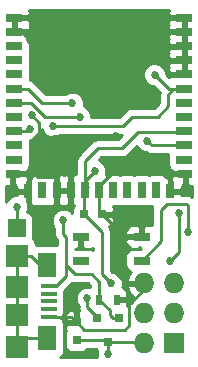
<source format=gtl>
G04 #@! TF.FileFunction,Copper,L1,Top,Signal*
%FSLAX46Y46*%
G04 Gerber Fmt 4.6, Leading zero omitted, Abs format (unit mm)*
G04 Created by KiCad (PCBNEW 4.0.0-rc1-stable) date 11/12/2015 8:05:50 PM*
%MOMM*%
G01*
G04 APERTURE LIST*
%ADD10C,0.100000*%
%ADD11R,0.800000X1.200000*%
%ADD12R,1.200000X0.800000*%
%ADD13R,1.400000X0.800000*%
%ADD14R,0.800000X1.400000*%
%ADD15R,0.800000X0.750000*%
%ADD16R,1.900000X1.900000*%
%ADD17R,1.600000X2.100000*%
%ADD18R,1.350000X0.400000*%
%ADD19R,1.727200X1.727200*%
%ADD20O,1.727200X1.727200*%
%ADD21R,1.450000X0.700000*%
%ADD22R,1.501140X1.501140*%
%ADD23R,0.750000X0.800000*%
%ADD24R,0.800100X0.800100*%
%ADD25R,0.500000X0.900000*%
%ADD26C,0.685800*%
%ADD27C,0.250000*%
%ADD28C,0.254000*%
G04 APERTURE END LIST*
D10*
D11*
X145130000Y-79600000D03*
D12*
X158430000Y-78100000D03*
D13*
X143930000Y-64900000D03*
D12*
X143830000Y-78100000D03*
D14*
X146330000Y-79500000D03*
X147530000Y-79500000D03*
X148730000Y-79500000D03*
X149930000Y-79500000D03*
X151130000Y-79500000D03*
X152330000Y-79500000D03*
X153530000Y-79500000D03*
X154730000Y-79500000D03*
X155930000Y-79500000D03*
D11*
X157130000Y-79600000D03*
D13*
X143930000Y-66100000D03*
X143930000Y-67300000D03*
X143930000Y-68500000D03*
X143930000Y-69700000D03*
X143930000Y-70900000D03*
X143930000Y-72100000D03*
X143930000Y-73300000D03*
X143930000Y-74500000D03*
X143930000Y-75700000D03*
X143930000Y-76900000D03*
X158330000Y-76900000D03*
X158330000Y-75700000D03*
X158330000Y-74500000D03*
X158330000Y-73300000D03*
X158330000Y-72100000D03*
X158330000Y-70900000D03*
X158330000Y-69700000D03*
X158330000Y-68500000D03*
X158330000Y-67300000D03*
X158330000Y-66100000D03*
X158330000Y-64900000D03*
D15*
X151372000Y-81534000D03*
X149872000Y-81534000D03*
D16*
X144175540Y-92750000D03*
X144175540Y-85050000D03*
X144175540Y-87700000D03*
D17*
X146725540Y-85800000D03*
D18*
X146850540Y-87599100D03*
X146850540Y-88249100D03*
X146850540Y-88899100D03*
X146850540Y-89549100D03*
X146850540Y-90199100D03*
D17*
X146725540Y-92000000D03*
D16*
X144175540Y-90100000D03*
D19*
X157480000Y-92456000D03*
D20*
X154940000Y-92456000D03*
X157480000Y-89916000D03*
X154940000Y-89916000D03*
X157480000Y-87376000D03*
X154940000Y-87376000D03*
D21*
X149571000Y-85455000D03*
X154721000Y-85455000D03*
X154721000Y-83455000D03*
X149571000Y-83455000D03*
D22*
X144145000Y-82677000D03*
D23*
X149225000Y-90690000D03*
X149225000Y-92190000D03*
D24*
X152842000Y-90312240D03*
X150942000Y-90312240D03*
X151892000Y-92311220D03*
D25*
X152642000Y-88773000D03*
X151142000Y-88773000D03*
D26*
X152527000Y-74930000D03*
X149225000Y-89408000D03*
X145288000Y-66802000D03*
X152654000Y-77597000D03*
X145415000Y-73152000D03*
X153162000Y-81280000D03*
X152273000Y-67691000D03*
X150114000Y-88646000D03*
X148844000Y-72136000D03*
X149479000Y-73279000D03*
X147193000Y-74041000D03*
X155829000Y-69723000D03*
X158623000Y-83058000D03*
X157861000Y-81407000D03*
X157099000Y-85471000D03*
X144145000Y-80899000D03*
X145288000Y-74295000D03*
X155194000Y-75311000D03*
X152146000Y-87376000D03*
X151892000Y-93345000D03*
X150749000Y-77851000D03*
X148082000Y-82042000D03*
D27*
X145288000Y-75438000D02*
X146812000Y-75438000D01*
X147320000Y-74930000D02*
X152527000Y-74930000D01*
X146812000Y-75438000D02*
X147320000Y-74930000D01*
X153670000Y-89027000D02*
X153797000Y-89027000D01*
X153797000Y-89027000D02*
X154940000Y-87884000D01*
X154940000Y-87884000D02*
X154940000Y-87376000D01*
X152146000Y-83947000D02*
X152654000Y-83439000D01*
X152654000Y-83439000D02*
X154705000Y-83439000D01*
X154705000Y-83439000D02*
X154721000Y-83455000D01*
X149225000Y-90690000D02*
X149237000Y-90690000D01*
X149237000Y-90690000D02*
X149860000Y-91313000D01*
X153416000Y-88773000D02*
X152642000Y-88773000D01*
X153670000Y-89027000D02*
X153416000Y-88773000D01*
X153670000Y-90932000D02*
X153670000Y-89027000D01*
X153289000Y-91313000D02*
X153670000Y-90932000D01*
X149860000Y-91313000D02*
X153289000Y-91313000D01*
X149225000Y-90690000D02*
X149225000Y-89408000D01*
X146850540Y-90199100D02*
X148734100Y-90199100D01*
X148734100Y-90199100D02*
X149225000Y-90690000D01*
X152146000Y-85725000D02*
X152146000Y-86106000D01*
X152146000Y-84201000D02*
X152146000Y-85725000D01*
X153416000Y-87376000D02*
X154940000Y-87376000D01*
X152146000Y-86106000D02*
X152642000Y-86602000D01*
X152642000Y-86602000D02*
X153416000Y-87376000D01*
X148730000Y-79500000D02*
X147530000Y-79500000D01*
X152146000Y-84201000D02*
X152146000Y-83947000D01*
X152146000Y-83947000D02*
X152146000Y-82308000D01*
X152146000Y-82308000D02*
X151372000Y-81534000D01*
X143930000Y-66100000D02*
X144586000Y-66100000D01*
X144586000Y-66100000D02*
X145288000Y-66802000D01*
X147530000Y-79500000D02*
X147530000Y-78315000D01*
X147530000Y-78315000D02*
X147486000Y-78359000D01*
X147486000Y-78359000D02*
X145923000Y-78359000D01*
X145923000Y-78359000D02*
X145288000Y-77724000D01*
X145288000Y-77724000D02*
X145288000Y-75438000D01*
X145288000Y-75438000D02*
X146050000Y-74676000D01*
X146050000Y-74676000D02*
X146050000Y-73787000D01*
X146050000Y-73787000D02*
X145415000Y-73152000D01*
X158330000Y-64900000D02*
X149482000Y-64900000D01*
X151130000Y-79500000D02*
X151130000Y-81292000D01*
X151130000Y-81292000D02*
X151372000Y-81534000D01*
X149571000Y-83455000D02*
X149876000Y-83455000D01*
X149571000Y-83455000D02*
X149571000Y-83335000D01*
X153162000Y-81280000D02*
X152908000Y-81534000D01*
X152908000Y-81534000D02*
X151372000Y-81534000D01*
X157941000Y-68500000D02*
X158330000Y-68500000D01*
X158430000Y-78100000D02*
X153157000Y-78100000D01*
X153157000Y-78100000D02*
X152654000Y-77597000D01*
X151130000Y-79500000D02*
X151130000Y-79121000D01*
X151130000Y-79121000D02*
X152654000Y-77597000D01*
X149482000Y-64900000D02*
X143930000Y-64900000D01*
X152273000Y-67691000D02*
X149482000Y-64900000D01*
X150942000Y-90312240D02*
X150942000Y-90236000D01*
X150942000Y-90236000D02*
X150114000Y-89408000D01*
X150114000Y-89408000D02*
X150114000Y-88646000D01*
X146304000Y-72136000D02*
X145068000Y-70900000D01*
X145068000Y-70900000D02*
X143930000Y-70900000D01*
X148844000Y-72136000D02*
X146304000Y-72136000D01*
X149479000Y-73279000D02*
X146558000Y-73279000D01*
X146558000Y-73279000D02*
X145379000Y-72100000D01*
X145379000Y-72100000D02*
X143930000Y-72100000D01*
X147193000Y-74041000D02*
X153162000Y-74041000D01*
X154432000Y-73279000D02*
X156083000Y-73279000D01*
X153162000Y-74041000D02*
X153924000Y-73279000D01*
X153924000Y-73279000D02*
X154432000Y-73279000D01*
X156083000Y-73279000D02*
X156972000Y-72390000D01*
X156972000Y-72390000D02*
X156972000Y-71374000D01*
X157446000Y-70900000D02*
X156972000Y-71374000D01*
X155829000Y-69723000D02*
X157006000Y-70900000D01*
X157006000Y-70900000D02*
X157446000Y-70900000D01*
X157446000Y-70900000D02*
X158330000Y-70900000D01*
X157768000Y-70900000D02*
X158330000Y-70900000D01*
X156337000Y-83839000D02*
X154721000Y-85455000D01*
X156337000Y-81153000D02*
X156337000Y-83839000D01*
X156845000Y-80645000D02*
X156337000Y-81153000D01*
X158496000Y-80645000D02*
X156845000Y-80645000D01*
X158623000Y-80772000D02*
X158496000Y-80645000D01*
X158623000Y-83058000D02*
X158623000Y-80772000D01*
X157861000Y-84709000D02*
X157861000Y-81407000D01*
X157099000Y-85471000D02*
X157861000Y-84709000D01*
X146725540Y-85800000D02*
X146125000Y-85800000D01*
X146125000Y-85800000D02*
X145375000Y-85050000D01*
X145375000Y-85050000D02*
X144175540Y-85050000D01*
X144175540Y-85050000D02*
X144175540Y-87700000D01*
X144175540Y-87700000D02*
X144175540Y-90100000D01*
X144175540Y-90100000D02*
X144175540Y-92750000D01*
X144175540Y-92750000D02*
X144925540Y-92000000D01*
X144925540Y-92000000D02*
X146725540Y-92000000D01*
X144145000Y-82677000D02*
X144145000Y-80899000D01*
X145083000Y-74500000D02*
X143930000Y-74500000D01*
X145288000Y-74295000D02*
X145083000Y-74500000D01*
X155583000Y-75700000D02*
X158330000Y-75700000D01*
X155194000Y-75311000D02*
X155583000Y-75700000D01*
X157726000Y-75700000D02*
X158330000Y-75700000D01*
X149930000Y-77527000D02*
X149930000Y-77019000D01*
X149930000Y-78613000D02*
X149930000Y-77527000D01*
X154432000Y-74549000D02*
X158281000Y-74549000D01*
X153035000Y-75946000D02*
X154432000Y-74549000D01*
X151003000Y-75946000D02*
X153035000Y-75946000D01*
X149930000Y-77019000D02*
X151003000Y-75946000D01*
X158281000Y-74549000D02*
X158330000Y-74500000D01*
X151892000Y-92311220D02*
X151892000Y-93345000D01*
X151384000Y-83046000D02*
X149872000Y-81534000D01*
X151384000Y-86614000D02*
X151384000Y-83046000D01*
X152146000Y-87376000D02*
X151384000Y-86614000D01*
X149930000Y-78613000D02*
X149987000Y-78613000D01*
X149987000Y-78613000D02*
X150749000Y-77851000D01*
X149930000Y-78613000D02*
X149930000Y-79500000D01*
X151892000Y-92311220D02*
X154795220Y-92311220D01*
X154795220Y-92311220D02*
X154940000Y-92456000D01*
X149225000Y-92190000D02*
X151770780Y-92190000D01*
X151770780Y-92190000D02*
X151892000Y-92311220D01*
X157783000Y-74500000D02*
X158330000Y-74500000D01*
X149860000Y-79430000D02*
X149930000Y-79500000D01*
X150184000Y-79246000D02*
X149930000Y-79500000D01*
X149872000Y-81534000D02*
X149872000Y-79558000D01*
X149872000Y-79558000D02*
X149930000Y-79500000D01*
X151142000Y-88773000D02*
X151142000Y-88785000D01*
X151142000Y-88785000D02*
X152019000Y-89662000D01*
X152288240Y-90312240D02*
X152842000Y-90312240D01*
X152019000Y-90043000D02*
X152288240Y-90312240D01*
X152019000Y-89662000D02*
X152019000Y-90043000D01*
X146850540Y-87599100D02*
X147477900Y-87599100D01*
X147477900Y-87599100D02*
X148336000Y-86741000D01*
X148336000Y-86741000D02*
X148336000Y-85852000D01*
X151142000Y-88773000D02*
X151142000Y-87261000D01*
X149098000Y-86614000D02*
X148336000Y-85852000D01*
X150495000Y-86614000D02*
X149098000Y-86614000D01*
X151142000Y-87261000D02*
X150495000Y-86614000D01*
X148336000Y-85852000D02*
X148336000Y-83439000D01*
X148336000Y-83439000D02*
X148082000Y-83185000D01*
X148082000Y-83185000D02*
X148082000Y-82042000D01*
X151142000Y-89039000D02*
X151142000Y-88773000D01*
D28*
G36*
X149098000Y-87374000D02*
X150180198Y-87374000D01*
X150382000Y-87575802D01*
X150382000Y-87698429D01*
X150309370Y-87668270D01*
X149920337Y-87667931D01*
X149560788Y-87816493D01*
X149285460Y-88091341D01*
X149136270Y-88450630D01*
X149135931Y-88839663D01*
X149284493Y-89199212D01*
X149354000Y-89268840D01*
X149354000Y-89408000D01*
X149411852Y-89698839D01*
X149433906Y-89731844D01*
X149352000Y-89813750D01*
X149352000Y-90563000D01*
X149372000Y-90563000D01*
X149372000Y-90817000D01*
X149352000Y-90817000D01*
X149352000Y-90837000D01*
X149098000Y-90837000D01*
X149098000Y-90817000D01*
X148373750Y-90817000D01*
X148215000Y-90975750D01*
X148215000Y-91216309D01*
X148311673Y-91449698D01*
X148313043Y-91451068D01*
X148253569Y-91538110D01*
X148202560Y-91790000D01*
X148202560Y-92590000D01*
X148246838Y-92825317D01*
X148385910Y-93041441D01*
X148598110Y-93186431D01*
X148850000Y-93237440D01*
X149600000Y-93237440D01*
X149835317Y-93193162D01*
X150051441Y-93054090D01*
X150122563Y-92950000D01*
X150890984Y-92950000D01*
X150955519Y-93050291D01*
X150914270Y-93149630D01*
X150913931Y-93538663D01*
X150938862Y-93599000D01*
X147845027Y-93599000D01*
X147976981Y-93514090D01*
X148121971Y-93301890D01*
X148172980Y-93050000D01*
X148172980Y-90950000D01*
X148128702Y-90714683D01*
X148100375Y-90670661D01*
X148160540Y-90525410D01*
X148160540Y-90457850D01*
X148001790Y-90299100D01*
X147843473Y-90299100D01*
X147976981Y-90213190D01*
X148010802Y-90163691D01*
X148215000Y-90163691D01*
X148215000Y-90404250D01*
X148373750Y-90563000D01*
X149098000Y-90563000D01*
X149098000Y-89813750D01*
X148939250Y-89655000D01*
X148723690Y-89655000D01*
X148490301Y-89751673D01*
X148311673Y-89930302D01*
X148215000Y-90163691D01*
X148010802Y-90163691D01*
X148121971Y-90000990D01*
X148127575Y-89973315D01*
X148160540Y-89940350D01*
X148160540Y-89872790D01*
X148152072Y-89852347D01*
X148172980Y-89749100D01*
X148172980Y-89349100D01*
X148148596Y-89219511D01*
X148172980Y-89099100D01*
X148172980Y-88699100D01*
X148148596Y-88569511D01*
X148172980Y-88449100D01*
X148172980Y-88049100D01*
X148161850Y-87989952D01*
X148830927Y-87320875D01*
X149098000Y-87374000D01*
X149098000Y-87374000D01*
G37*
X149098000Y-87374000D02*
X150180198Y-87374000D01*
X150382000Y-87575802D01*
X150382000Y-87698429D01*
X150309370Y-87668270D01*
X149920337Y-87667931D01*
X149560788Y-87816493D01*
X149285460Y-88091341D01*
X149136270Y-88450630D01*
X149135931Y-88839663D01*
X149284493Y-89199212D01*
X149354000Y-89268840D01*
X149354000Y-89408000D01*
X149411852Y-89698839D01*
X149433906Y-89731844D01*
X149352000Y-89813750D01*
X149352000Y-90563000D01*
X149372000Y-90563000D01*
X149372000Y-90817000D01*
X149352000Y-90817000D01*
X149352000Y-90837000D01*
X149098000Y-90837000D01*
X149098000Y-90817000D01*
X148373750Y-90817000D01*
X148215000Y-90975750D01*
X148215000Y-91216309D01*
X148311673Y-91449698D01*
X148313043Y-91451068D01*
X148253569Y-91538110D01*
X148202560Y-91790000D01*
X148202560Y-92590000D01*
X148246838Y-92825317D01*
X148385910Y-93041441D01*
X148598110Y-93186431D01*
X148850000Y-93237440D01*
X149600000Y-93237440D01*
X149835317Y-93193162D01*
X150051441Y-93054090D01*
X150122563Y-92950000D01*
X150890984Y-92950000D01*
X150955519Y-93050291D01*
X150914270Y-93149630D01*
X150913931Y-93538663D01*
X150938862Y-93599000D01*
X147845027Y-93599000D01*
X147976981Y-93514090D01*
X148121971Y-93301890D01*
X148172980Y-93050000D01*
X148172980Y-90950000D01*
X148128702Y-90714683D01*
X148100375Y-90670661D01*
X148160540Y-90525410D01*
X148160540Y-90457850D01*
X148001790Y-90299100D01*
X147843473Y-90299100D01*
X147976981Y-90213190D01*
X148010802Y-90163691D01*
X148215000Y-90163691D01*
X148215000Y-90404250D01*
X148373750Y-90563000D01*
X149098000Y-90563000D01*
X149098000Y-89813750D01*
X148939250Y-89655000D01*
X148723690Y-89655000D01*
X148490301Y-89751673D01*
X148311673Y-89930302D01*
X148215000Y-90163691D01*
X148010802Y-90163691D01*
X148121971Y-90000990D01*
X148127575Y-89973315D01*
X148160540Y-89940350D01*
X148160540Y-89872790D01*
X148152072Y-89852347D01*
X148172980Y-89749100D01*
X148172980Y-89349100D01*
X148148596Y-89219511D01*
X148172980Y-89099100D01*
X148172980Y-88699100D01*
X148148596Y-88569511D01*
X148172980Y-88449100D01*
X148172980Y-88049100D01*
X148161850Y-87989952D01*
X148830927Y-87320875D01*
X149098000Y-87374000D01*
G36*
X155530000Y-80847440D02*
X155644688Y-80847440D01*
X155634852Y-80862161D01*
X155577000Y-81153000D01*
X155577000Y-82471943D01*
X155572309Y-82470000D01*
X155006750Y-82470000D01*
X154848000Y-82628750D01*
X154848000Y-83328000D01*
X154868000Y-83328000D01*
X154868000Y-83582000D01*
X154848000Y-83582000D01*
X154848000Y-83602000D01*
X154594000Y-83602000D01*
X154594000Y-83582000D01*
X153519750Y-83582000D01*
X153361000Y-83740750D01*
X153361000Y-83931310D01*
X153457673Y-84164699D01*
X153636302Y-84343327D01*
X153869691Y-84440000D01*
X154435250Y-84440000D01*
X154593998Y-84281252D01*
X154593998Y-84440000D01*
X154661198Y-84440000D01*
X154643638Y-84457560D01*
X153996000Y-84457560D01*
X153760683Y-84501838D01*
X153544559Y-84640910D01*
X153399569Y-84853110D01*
X153348560Y-85105000D01*
X153348560Y-85805000D01*
X153392838Y-86040317D01*
X153531910Y-86256441D01*
X153744110Y-86401431D01*
X153824635Y-86417738D01*
X153657312Y-86601053D01*
X153485042Y-87016974D01*
X153606183Y-87249000D01*
X154813000Y-87249000D01*
X154813000Y-87229000D01*
X155067000Y-87229000D01*
X155067000Y-87249000D01*
X155087000Y-87249000D01*
X155087000Y-87503000D01*
X155067000Y-87503000D01*
X155067000Y-87523000D01*
X154813000Y-87523000D01*
X154813000Y-87503000D01*
X153606183Y-87503000D01*
X153485042Y-87735026D01*
X153657312Y-88150947D01*
X154051510Y-88582821D01*
X154174228Y-88640336D01*
X153850971Y-88856330D01*
X153528302Y-89339238D01*
X153527000Y-89338348D01*
X153527000Y-89058750D01*
X153368250Y-88900000D01*
X152767000Y-88900000D01*
X152767000Y-88920000D01*
X152517000Y-88920000D01*
X152517000Y-88900000D01*
X152495000Y-88900000D01*
X152495000Y-88646000D01*
X152517000Y-88646000D01*
X152517000Y-88626000D01*
X152767000Y-88626000D01*
X152767000Y-88646000D01*
X153368250Y-88646000D01*
X153527000Y-88487250D01*
X153527000Y-88196690D01*
X153430327Y-87963301D01*
X153251698Y-87784673D01*
X153066937Y-87708142D01*
X153123730Y-87571370D01*
X153124069Y-87182337D01*
X152975507Y-86822788D01*
X152700659Y-86547460D01*
X152341370Y-86398270D01*
X152242986Y-86398184D01*
X152144000Y-86299198D01*
X152144000Y-83046000D01*
X152130612Y-82978690D01*
X153361000Y-82978690D01*
X153361000Y-83169250D01*
X153519750Y-83328000D01*
X154594000Y-83328000D01*
X154594000Y-82628750D01*
X154435250Y-82470000D01*
X153869691Y-82470000D01*
X153636302Y-82566673D01*
X153457673Y-82745301D01*
X153361000Y-82978690D01*
X152130612Y-82978690D01*
X152086148Y-82755161D01*
X151934922Y-82528834D01*
X152131698Y-82447327D01*
X152310327Y-82268699D01*
X152407000Y-82035310D01*
X152407000Y-81819750D01*
X152248250Y-81661000D01*
X151499000Y-81661000D01*
X151499000Y-81681000D01*
X151245000Y-81681000D01*
X151245000Y-81661000D01*
X151225000Y-81661000D01*
X151225000Y-81407000D01*
X151245000Y-81407000D01*
X151245000Y-81387000D01*
X151499000Y-81387000D01*
X151499000Y-81407000D01*
X152248250Y-81407000D01*
X152407000Y-81248250D01*
X152407000Y-81032690D01*
X152330267Y-80847440D01*
X152730000Y-80847440D01*
X152937342Y-80808426D01*
X153130000Y-80847440D01*
X153930000Y-80847440D01*
X154137342Y-80808426D01*
X154330000Y-80847440D01*
X155130000Y-80847440D01*
X155337342Y-80808426D01*
X155530000Y-80847440D01*
X155530000Y-80847440D01*
G37*
X155530000Y-80847440D02*
X155644688Y-80847440D01*
X155634852Y-80862161D01*
X155577000Y-81153000D01*
X155577000Y-82471943D01*
X155572309Y-82470000D01*
X155006750Y-82470000D01*
X154848000Y-82628750D01*
X154848000Y-83328000D01*
X154868000Y-83328000D01*
X154868000Y-83582000D01*
X154848000Y-83582000D01*
X154848000Y-83602000D01*
X154594000Y-83602000D01*
X154594000Y-83582000D01*
X153519750Y-83582000D01*
X153361000Y-83740750D01*
X153361000Y-83931310D01*
X153457673Y-84164699D01*
X153636302Y-84343327D01*
X153869691Y-84440000D01*
X154435250Y-84440000D01*
X154593998Y-84281252D01*
X154593998Y-84440000D01*
X154661198Y-84440000D01*
X154643638Y-84457560D01*
X153996000Y-84457560D01*
X153760683Y-84501838D01*
X153544559Y-84640910D01*
X153399569Y-84853110D01*
X153348560Y-85105000D01*
X153348560Y-85805000D01*
X153392838Y-86040317D01*
X153531910Y-86256441D01*
X153744110Y-86401431D01*
X153824635Y-86417738D01*
X153657312Y-86601053D01*
X153485042Y-87016974D01*
X153606183Y-87249000D01*
X154813000Y-87249000D01*
X154813000Y-87229000D01*
X155067000Y-87229000D01*
X155067000Y-87249000D01*
X155087000Y-87249000D01*
X155087000Y-87503000D01*
X155067000Y-87503000D01*
X155067000Y-87523000D01*
X154813000Y-87523000D01*
X154813000Y-87503000D01*
X153606183Y-87503000D01*
X153485042Y-87735026D01*
X153657312Y-88150947D01*
X154051510Y-88582821D01*
X154174228Y-88640336D01*
X153850971Y-88856330D01*
X153528302Y-89339238D01*
X153527000Y-89338348D01*
X153527000Y-89058750D01*
X153368250Y-88900000D01*
X152767000Y-88900000D01*
X152767000Y-88920000D01*
X152517000Y-88920000D01*
X152517000Y-88900000D01*
X152495000Y-88900000D01*
X152495000Y-88646000D01*
X152517000Y-88646000D01*
X152517000Y-88626000D01*
X152767000Y-88626000D01*
X152767000Y-88646000D01*
X153368250Y-88646000D01*
X153527000Y-88487250D01*
X153527000Y-88196690D01*
X153430327Y-87963301D01*
X153251698Y-87784673D01*
X153066937Y-87708142D01*
X153123730Y-87571370D01*
X153124069Y-87182337D01*
X152975507Y-86822788D01*
X152700659Y-86547460D01*
X152341370Y-86398270D01*
X152242986Y-86398184D01*
X152144000Y-86299198D01*
X152144000Y-83046000D01*
X152130612Y-82978690D01*
X153361000Y-82978690D01*
X153361000Y-83169250D01*
X153519750Y-83328000D01*
X154594000Y-83328000D01*
X154594000Y-82628750D01*
X154435250Y-82470000D01*
X153869691Y-82470000D01*
X153636302Y-82566673D01*
X153457673Y-82745301D01*
X153361000Y-82978690D01*
X152130612Y-82978690D01*
X152086148Y-82755161D01*
X151934922Y-82528834D01*
X152131698Y-82447327D01*
X152310327Y-82268699D01*
X152407000Y-82035310D01*
X152407000Y-81819750D01*
X152248250Y-81661000D01*
X151499000Y-81661000D01*
X151499000Y-81681000D01*
X151245000Y-81681000D01*
X151245000Y-81661000D01*
X151225000Y-81661000D01*
X151225000Y-81407000D01*
X151245000Y-81407000D01*
X151245000Y-81387000D01*
X151499000Y-81387000D01*
X151499000Y-81407000D01*
X152248250Y-81407000D01*
X152407000Y-81248250D01*
X152407000Y-81032690D01*
X152330267Y-80847440D01*
X152730000Y-80847440D01*
X152937342Y-80808426D01*
X153130000Y-80847440D01*
X153930000Y-80847440D01*
X154137342Y-80808426D01*
X154330000Y-80847440D01*
X155130000Y-80847440D01*
X155337342Y-80808426D01*
X155530000Y-80847440D01*
G36*
X149698000Y-83328000D02*
X149718000Y-83328000D01*
X149718000Y-83582000D01*
X149698000Y-83582000D01*
X149698000Y-84281250D01*
X149856750Y-84440000D01*
X150422309Y-84440000D01*
X150624000Y-84356457D01*
X150624000Y-84560573D01*
X150547890Y-84508569D01*
X150296000Y-84457560D01*
X149096000Y-84457560D01*
X149096000Y-84440000D01*
X149285250Y-84440000D01*
X149444000Y-84281250D01*
X149444000Y-83582000D01*
X149424000Y-83582000D01*
X149424000Y-83328000D01*
X149444000Y-83328000D01*
X149444000Y-83308000D01*
X149698000Y-83308000D01*
X149698000Y-83328000D01*
X149698000Y-83328000D01*
G37*
X149698000Y-83328000D02*
X149718000Y-83328000D01*
X149718000Y-83582000D01*
X149698000Y-83582000D01*
X149698000Y-84281250D01*
X149856750Y-84440000D01*
X150422309Y-84440000D01*
X150624000Y-84356457D01*
X150624000Y-84560573D01*
X150547890Y-84508569D01*
X150296000Y-84457560D01*
X149096000Y-84457560D01*
X149096000Y-84440000D01*
X149285250Y-84440000D01*
X149444000Y-84281250D01*
X149444000Y-83582000D01*
X149424000Y-83582000D01*
X149424000Y-83328000D01*
X149444000Y-83328000D01*
X149444000Y-83308000D01*
X149698000Y-83308000D01*
X149698000Y-83328000D01*
G36*
X146363493Y-74594212D02*
X146638341Y-74869540D01*
X146997630Y-75018730D01*
X147386663Y-75019069D01*
X147746212Y-74870507D01*
X147815840Y-74801000D01*
X153105198Y-74801000D01*
X152720198Y-75186000D01*
X151003000Y-75186000D01*
X150712161Y-75243852D01*
X150465599Y-75408599D01*
X149392599Y-76481599D01*
X149227852Y-76728161D01*
X149170000Y-77019000D01*
X149170000Y-78165000D01*
X149015750Y-78165000D01*
X148857000Y-78323750D01*
X148857000Y-79373000D01*
X148877000Y-79373000D01*
X148877000Y-79627000D01*
X148857000Y-79627000D01*
X148857000Y-80676250D01*
X148961742Y-80780992D01*
X148875569Y-80907110D01*
X148824560Y-81159000D01*
X148824560Y-81401689D01*
X148636659Y-81213460D01*
X148277370Y-81064270D01*
X147888337Y-81063931D01*
X147528788Y-81212493D01*
X147253460Y-81487341D01*
X147104270Y-81846630D01*
X147103931Y-82235663D01*
X147252493Y-82595212D01*
X147322000Y-82664840D01*
X147322000Y-83185000D01*
X147379852Y-83475839D01*
X147544599Y-83722401D01*
X147576000Y-83753802D01*
X147576000Y-84112778D01*
X147525540Y-84102560D01*
X145925540Y-84102560D01*
X145772980Y-84131266D01*
X145772980Y-84100000D01*
X145728702Y-83864683D01*
X145589630Y-83648559D01*
X145509365Y-83593716D01*
X145543010Y-83427570D01*
X145543010Y-81926430D01*
X145498732Y-81691113D01*
X145359660Y-81474989D01*
X145147460Y-81329999D01*
X145034395Y-81307103D01*
X145122730Y-81094370D01*
X145123069Y-80705337D01*
X145003000Y-80414747D01*
X145003000Y-79727000D01*
X144253750Y-79727000D01*
X144095000Y-79885750D01*
X144095000Y-79921056D01*
X143951337Y-79920931D01*
X143591788Y-80069493D01*
X143316460Y-80344341D01*
X143263500Y-80471883D01*
X143263500Y-79135000D01*
X143544250Y-79135000D01*
X143703000Y-78976250D01*
X143703000Y-78227000D01*
X143957000Y-78227000D01*
X143957000Y-78976250D01*
X144095000Y-79114250D01*
X144095000Y-79314250D01*
X144253750Y-79473000D01*
X145003000Y-79473000D01*
X145003000Y-78775991D01*
X145065000Y-78626310D01*
X145065000Y-78523750D01*
X145257000Y-78523750D01*
X145257000Y-79473000D01*
X145277000Y-79473000D01*
X145277000Y-79727000D01*
X145257000Y-79727000D01*
X145257000Y-80676250D01*
X145415750Y-80835000D01*
X145656310Y-80835000D01*
X145726007Y-80806130D01*
X145930000Y-80847440D01*
X146730000Y-80847440D01*
X146938850Y-80808142D01*
X147003690Y-80835000D01*
X147244250Y-80835000D01*
X147403000Y-80676250D01*
X147403000Y-79627000D01*
X147657000Y-79627000D01*
X147657000Y-80676250D01*
X147815750Y-80835000D01*
X148056310Y-80835000D01*
X148130000Y-80804477D01*
X148203690Y-80835000D01*
X148444250Y-80835000D01*
X148603000Y-80676250D01*
X148603000Y-79627000D01*
X147657000Y-79627000D01*
X147403000Y-79627000D01*
X147383000Y-79627000D01*
X147383000Y-79373000D01*
X147403000Y-79373000D01*
X147403000Y-78323750D01*
X147657000Y-78323750D01*
X147657000Y-79373000D01*
X148603000Y-79373000D01*
X148603000Y-78323750D01*
X148444250Y-78165000D01*
X148203690Y-78165000D01*
X148130000Y-78195523D01*
X148056310Y-78165000D01*
X147815750Y-78165000D01*
X147657000Y-78323750D01*
X147403000Y-78323750D01*
X147244250Y-78165000D01*
X147003690Y-78165000D01*
X146933993Y-78193870D01*
X146730000Y-78152560D01*
X145930000Y-78152560D01*
X145694683Y-78196838D01*
X145478559Y-78335910D01*
X145458683Y-78365000D01*
X145415750Y-78365000D01*
X145257000Y-78523750D01*
X145065000Y-78523750D01*
X145065000Y-78385750D01*
X144906250Y-78227000D01*
X143957000Y-78227000D01*
X143703000Y-78227000D01*
X143683000Y-78227000D01*
X143683000Y-77973000D01*
X143703000Y-77973000D01*
X143703000Y-77953000D01*
X143957000Y-77953000D01*
X143957000Y-77973000D01*
X144906250Y-77973000D01*
X145065000Y-77814250D01*
X145065000Y-77774669D01*
X145081441Y-77764090D01*
X145226431Y-77551890D01*
X145277440Y-77300000D01*
X145277440Y-76500000D01*
X145238426Y-76292658D01*
X145277440Y-76100000D01*
X145277440Y-75300000D01*
X145272338Y-75272887D01*
X145481663Y-75273069D01*
X145841212Y-75124507D01*
X146116540Y-74849659D01*
X146265730Y-74490370D01*
X146265845Y-74357886D01*
X146363493Y-74594212D01*
X146363493Y-74594212D01*
G37*
X146363493Y-74594212D02*
X146638341Y-74869540D01*
X146997630Y-75018730D01*
X147386663Y-75019069D01*
X147746212Y-74870507D01*
X147815840Y-74801000D01*
X153105198Y-74801000D01*
X152720198Y-75186000D01*
X151003000Y-75186000D01*
X150712161Y-75243852D01*
X150465599Y-75408599D01*
X149392599Y-76481599D01*
X149227852Y-76728161D01*
X149170000Y-77019000D01*
X149170000Y-78165000D01*
X149015750Y-78165000D01*
X148857000Y-78323750D01*
X148857000Y-79373000D01*
X148877000Y-79373000D01*
X148877000Y-79627000D01*
X148857000Y-79627000D01*
X148857000Y-80676250D01*
X148961742Y-80780992D01*
X148875569Y-80907110D01*
X148824560Y-81159000D01*
X148824560Y-81401689D01*
X148636659Y-81213460D01*
X148277370Y-81064270D01*
X147888337Y-81063931D01*
X147528788Y-81212493D01*
X147253460Y-81487341D01*
X147104270Y-81846630D01*
X147103931Y-82235663D01*
X147252493Y-82595212D01*
X147322000Y-82664840D01*
X147322000Y-83185000D01*
X147379852Y-83475839D01*
X147544599Y-83722401D01*
X147576000Y-83753802D01*
X147576000Y-84112778D01*
X147525540Y-84102560D01*
X145925540Y-84102560D01*
X145772980Y-84131266D01*
X145772980Y-84100000D01*
X145728702Y-83864683D01*
X145589630Y-83648559D01*
X145509365Y-83593716D01*
X145543010Y-83427570D01*
X145543010Y-81926430D01*
X145498732Y-81691113D01*
X145359660Y-81474989D01*
X145147460Y-81329999D01*
X145034395Y-81307103D01*
X145122730Y-81094370D01*
X145123069Y-80705337D01*
X145003000Y-80414747D01*
X145003000Y-79727000D01*
X144253750Y-79727000D01*
X144095000Y-79885750D01*
X144095000Y-79921056D01*
X143951337Y-79920931D01*
X143591788Y-80069493D01*
X143316460Y-80344341D01*
X143263500Y-80471883D01*
X143263500Y-79135000D01*
X143544250Y-79135000D01*
X143703000Y-78976250D01*
X143703000Y-78227000D01*
X143957000Y-78227000D01*
X143957000Y-78976250D01*
X144095000Y-79114250D01*
X144095000Y-79314250D01*
X144253750Y-79473000D01*
X145003000Y-79473000D01*
X145003000Y-78775991D01*
X145065000Y-78626310D01*
X145065000Y-78523750D01*
X145257000Y-78523750D01*
X145257000Y-79473000D01*
X145277000Y-79473000D01*
X145277000Y-79727000D01*
X145257000Y-79727000D01*
X145257000Y-80676250D01*
X145415750Y-80835000D01*
X145656310Y-80835000D01*
X145726007Y-80806130D01*
X145930000Y-80847440D01*
X146730000Y-80847440D01*
X146938850Y-80808142D01*
X147003690Y-80835000D01*
X147244250Y-80835000D01*
X147403000Y-80676250D01*
X147403000Y-79627000D01*
X147657000Y-79627000D01*
X147657000Y-80676250D01*
X147815750Y-80835000D01*
X148056310Y-80835000D01*
X148130000Y-80804477D01*
X148203690Y-80835000D01*
X148444250Y-80835000D01*
X148603000Y-80676250D01*
X148603000Y-79627000D01*
X147657000Y-79627000D01*
X147403000Y-79627000D01*
X147383000Y-79627000D01*
X147383000Y-79373000D01*
X147403000Y-79373000D01*
X147403000Y-78323750D01*
X147657000Y-78323750D01*
X147657000Y-79373000D01*
X148603000Y-79373000D01*
X148603000Y-78323750D01*
X148444250Y-78165000D01*
X148203690Y-78165000D01*
X148130000Y-78195523D01*
X148056310Y-78165000D01*
X147815750Y-78165000D01*
X147657000Y-78323750D01*
X147403000Y-78323750D01*
X147244250Y-78165000D01*
X147003690Y-78165000D01*
X146933993Y-78193870D01*
X146730000Y-78152560D01*
X145930000Y-78152560D01*
X145694683Y-78196838D01*
X145478559Y-78335910D01*
X145458683Y-78365000D01*
X145415750Y-78365000D01*
X145257000Y-78523750D01*
X145065000Y-78523750D01*
X145065000Y-78385750D01*
X144906250Y-78227000D01*
X143957000Y-78227000D01*
X143703000Y-78227000D01*
X143683000Y-78227000D01*
X143683000Y-77973000D01*
X143703000Y-77973000D01*
X143703000Y-77953000D01*
X143957000Y-77953000D01*
X143957000Y-77973000D01*
X144906250Y-77973000D01*
X145065000Y-77814250D01*
X145065000Y-77774669D01*
X145081441Y-77764090D01*
X145226431Y-77551890D01*
X145277440Y-77300000D01*
X145277440Y-76500000D01*
X145238426Y-76292658D01*
X145277440Y-76100000D01*
X145277440Y-75300000D01*
X145272338Y-75272887D01*
X145481663Y-75273069D01*
X145841212Y-75124507D01*
X146116540Y-74849659D01*
X146265730Y-74490370D01*
X146265845Y-74357886D01*
X146363493Y-74594212D01*
G36*
X154364493Y-75864212D02*
X154639341Y-76139540D01*
X154998630Y-76288730D01*
X155122580Y-76288838D01*
X155292161Y-76402148D01*
X155583000Y-76460000D01*
X156990660Y-76460000D01*
X156982560Y-76500000D01*
X156982560Y-77300000D01*
X157026838Y-77535317D01*
X157165910Y-77751441D01*
X157195000Y-77771317D01*
X157195000Y-77814250D01*
X157353750Y-77973000D01*
X158303000Y-77973000D01*
X158303000Y-77953000D01*
X158557000Y-77953000D01*
X158557000Y-77973000D01*
X158577000Y-77973000D01*
X158577000Y-78227000D01*
X158557000Y-78227000D01*
X158557000Y-78976250D01*
X158715750Y-79135000D01*
X158996500Y-79135000D01*
X158996500Y-80082943D01*
X158786839Y-79942852D01*
X158496000Y-79885000D01*
X158164250Y-79885000D01*
X158006250Y-79727000D01*
X157257000Y-79727000D01*
X157257000Y-79747000D01*
X157003000Y-79747000D01*
X157003000Y-79727000D01*
X156983000Y-79727000D01*
X156983000Y-79473000D01*
X157003000Y-79473000D01*
X157003000Y-78523750D01*
X156865000Y-78385750D01*
X157195000Y-78385750D01*
X157195000Y-78626310D01*
X157257000Y-78775991D01*
X157257000Y-79473000D01*
X158006250Y-79473000D01*
X158165000Y-79314250D01*
X158165000Y-79114250D01*
X158303000Y-78976250D01*
X158303000Y-78227000D01*
X157353750Y-78227000D01*
X157195000Y-78385750D01*
X156865000Y-78385750D01*
X156844250Y-78365000D01*
X156804669Y-78365000D01*
X156794090Y-78348559D01*
X156581890Y-78203569D01*
X156330000Y-78152560D01*
X155530000Y-78152560D01*
X155322658Y-78191574D01*
X155130000Y-78152560D01*
X154330000Y-78152560D01*
X154122658Y-78191574D01*
X153930000Y-78152560D01*
X153130000Y-78152560D01*
X152922658Y-78191574D01*
X152730000Y-78152560D01*
X151930000Y-78152560D01*
X151721150Y-78191858D01*
X151674365Y-78172479D01*
X151726730Y-78046370D01*
X151727069Y-77657337D01*
X151578507Y-77297788D01*
X151303659Y-77022460D01*
X151090043Y-76933759D01*
X151317802Y-76706000D01*
X153035000Y-76706000D01*
X153325839Y-76648148D01*
X153572401Y-76483401D01*
X154313939Y-75741863D01*
X154364493Y-75864212D01*
X154364493Y-75864212D01*
G37*
X154364493Y-75864212D02*
X154639341Y-76139540D01*
X154998630Y-76288730D01*
X155122580Y-76288838D01*
X155292161Y-76402148D01*
X155583000Y-76460000D01*
X156990660Y-76460000D01*
X156982560Y-76500000D01*
X156982560Y-77300000D01*
X157026838Y-77535317D01*
X157165910Y-77751441D01*
X157195000Y-77771317D01*
X157195000Y-77814250D01*
X157353750Y-77973000D01*
X158303000Y-77973000D01*
X158303000Y-77953000D01*
X158557000Y-77953000D01*
X158557000Y-77973000D01*
X158577000Y-77973000D01*
X158577000Y-78227000D01*
X158557000Y-78227000D01*
X158557000Y-78976250D01*
X158715750Y-79135000D01*
X158996500Y-79135000D01*
X158996500Y-80082943D01*
X158786839Y-79942852D01*
X158496000Y-79885000D01*
X158164250Y-79885000D01*
X158006250Y-79727000D01*
X157257000Y-79727000D01*
X157257000Y-79747000D01*
X157003000Y-79747000D01*
X157003000Y-79727000D01*
X156983000Y-79727000D01*
X156983000Y-79473000D01*
X157003000Y-79473000D01*
X157003000Y-78523750D01*
X156865000Y-78385750D01*
X157195000Y-78385750D01*
X157195000Y-78626310D01*
X157257000Y-78775991D01*
X157257000Y-79473000D01*
X158006250Y-79473000D01*
X158165000Y-79314250D01*
X158165000Y-79114250D01*
X158303000Y-78976250D01*
X158303000Y-78227000D01*
X157353750Y-78227000D01*
X157195000Y-78385750D01*
X156865000Y-78385750D01*
X156844250Y-78365000D01*
X156804669Y-78365000D01*
X156794090Y-78348559D01*
X156581890Y-78203569D01*
X156330000Y-78152560D01*
X155530000Y-78152560D01*
X155322658Y-78191574D01*
X155130000Y-78152560D01*
X154330000Y-78152560D01*
X154122658Y-78191574D01*
X153930000Y-78152560D01*
X153130000Y-78152560D01*
X152922658Y-78191574D01*
X152730000Y-78152560D01*
X151930000Y-78152560D01*
X151721150Y-78191858D01*
X151674365Y-78172479D01*
X151726730Y-78046370D01*
X151727069Y-77657337D01*
X151578507Y-77297788D01*
X151303659Y-77022460D01*
X151090043Y-76933759D01*
X151317802Y-76706000D01*
X153035000Y-76706000D01*
X153325839Y-76648148D01*
X153572401Y-76483401D01*
X154313939Y-75741863D01*
X154364493Y-75864212D01*
G36*
X151257000Y-79373000D02*
X151277000Y-79373000D01*
X151277000Y-79627000D01*
X151257000Y-79627000D01*
X151257000Y-79647000D01*
X151003000Y-79647000D01*
X151003000Y-79627000D01*
X150983000Y-79627000D01*
X150983000Y-79373000D01*
X151003000Y-79373000D01*
X151003000Y-79353000D01*
X151257000Y-79353000D01*
X151257000Y-79373000D01*
X151257000Y-79373000D01*
G37*
X151257000Y-79373000D02*
X151277000Y-79373000D01*
X151277000Y-79627000D01*
X151257000Y-79627000D01*
X151257000Y-79647000D01*
X151003000Y-79647000D01*
X151003000Y-79627000D01*
X150983000Y-79627000D01*
X150983000Y-79373000D01*
X151003000Y-79373000D01*
X151003000Y-79353000D01*
X151257000Y-79353000D01*
X151257000Y-79373000D01*
G36*
X156995000Y-64373690D02*
X156995000Y-64614250D01*
X157153750Y-64773000D01*
X158203000Y-64773000D01*
X158203000Y-64753000D01*
X158457000Y-64753000D01*
X158457000Y-64773000D01*
X158477000Y-64773000D01*
X158477000Y-65027000D01*
X158457000Y-65027000D01*
X158457000Y-65973000D01*
X158477000Y-65973000D01*
X158477000Y-66227000D01*
X158457000Y-66227000D01*
X158457000Y-67173000D01*
X158477000Y-67173000D01*
X158477000Y-67427000D01*
X158457000Y-67427000D01*
X158457000Y-68373000D01*
X158477000Y-68373000D01*
X158477000Y-68627000D01*
X158457000Y-68627000D01*
X158457000Y-69573000D01*
X158477000Y-69573000D01*
X158477000Y-69827000D01*
X158457000Y-69827000D01*
X158457000Y-69847000D01*
X158203000Y-69847000D01*
X158203000Y-69827000D01*
X157153750Y-69827000D01*
X157080776Y-69899974D01*
X156806985Y-69626183D01*
X156807069Y-69529337D01*
X156658507Y-69169788D01*
X156383659Y-68894460D01*
X156121857Y-68785750D01*
X156995000Y-68785750D01*
X156995000Y-69026310D01*
X157025523Y-69100000D01*
X156995000Y-69173690D01*
X156995000Y-69414250D01*
X157153750Y-69573000D01*
X158203000Y-69573000D01*
X158203000Y-68627000D01*
X157153750Y-68627000D01*
X156995000Y-68785750D01*
X156121857Y-68785750D01*
X156024370Y-68745270D01*
X155635337Y-68744931D01*
X155275788Y-68893493D01*
X155000460Y-69168341D01*
X154851270Y-69527630D01*
X154850931Y-69916663D01*
X154999493Y-70276212D01*
X155274341Y-70551540D01*
X155633630Y-70700730D01*
X155732014Y-70700816D01*
X156244054Y-71212856D01*
X156212000Y-71374000D01*
X156212000Y-72075198D01*
X155768198Y-72519000D01*
X153924000Y-72519000D01*
X153633161Y-72576852D01*
X153386599Y-72741599D01*
X152847198Y-73281000D01*
X150456899Y-73281000D01*
X150457069Y-73085337D01*
X150308507Y-72725788D01*
X150033659Y-72450460D01*
X149810719Y-72357887D01*
X149821730Y-72331370D01*
X149822069Y-71942337D01*
X149673507Y-71582788D01*
X149398659Y-71307460D01*
X149039370Y-71158270D01*
X148650337Y-71157931D01*
X148290788Y-71306493D01*
X148221160Y-71376000D01*
X146618802Y-71376000D01*
X145605401Y-70362599D01*
X145358839Y-70197852D01*
X145261544Y-70178499D01*
X145277440Y-70100000D01*
X145277440Y-69300000D01*
X145238426Y-69092658D01*
X145277440Y-68900000D01*
X145277440Y-68100000D01*
X145238426Y-67892658D01*
X145277440Y-67700000D01*
X145277440Y-67585750D01*
X156995000Y-67585750D01*
X156995000Y-67826310D01*
X157025523Y-67900000D01*
X156995000Y-67973690D01*
X156995000Y-68214250D01*
X157153750Y-68373000D01*
X158203000Y-68373000D01*
X158203000Y-67427000D01*
X157153750Y-67427000D01*
X156995000Y-67585750D01*
X145277440Y-67585750D01*
X145277440Y-66900000D01*
X145238142Y-66691150D01*
X145265000Y-66626310D01*
X145265000Y-66385750D01*
X156995000Y-66385750D01*
X156995000Y-66626310D01*
X157025523Y-66700000D01*
X156995000Y-66773690D01*
X156995000Y-67014250D01*
X157153750Y-67173000D01*
X158203000Y-67173000D01*
X158203000Y-66227000D01*
X157153750Y-66227000D01*
X156995000Y-66385750D01*
X145265000Y-66385750D01*
X145106250Y-66227000D01*
X144057000Y-66227000D01*
X144057000Y-66247000D01*
X143803000Y-66247000D01*
X143803000Y-66227000D01*
X143783000Y-66227000D01*
X143783000Y-65973000D01*
X143803000Y-65973000D01*
X143803000Y-65027000D01*
X144057000Y-65027000D01*
X144057000Y-65973000D01*
X145106250Y-65973000D01*
X145265000Y-65814250D01*
X145265000Y-65573690D01*
X145234477Y-65500000D01*
X145265000Y-65426310D01*
X145265000Y-65185750D01*
X156995000Y-65185750D01*
X156995000Y-65426310D01*
X157025523Y-65500000D01*
X156995000Y-65573690D01*
X156995000Y-65814250D01*
X157153750Y-65973000D01*
X158203000Y-65973000D01*
X158203000Y-65027000D01*
X157153750Y-65027000D01*
X156995000Y-65185750D01*
X145265000Y-65185750D01*
X145106250Y-65027000D01*
X144057000Y-65027000D01*
X143803000Y-65027000D01*
X143783000Y-65027000D01*
X143783000Y-64773000D01*
X143803000Y-64773000D01*
X143803000Y-64753000D01*
X144057000Y-64753000D01*
X144057000Y-64773000D01*
X145106250Y-64773000D01*
X145265000Y-64614250D01*
X145265000Y-64373690D01*
X145218736Y-64262000D01*
X157041264Y-64262000D01*
X156995000Y-64373690D01*
X156995000Y-64373690D01*
G37*
X156995000Y-64373690D02*
X156995000Y-64614250D01*
X157153750Y-64773000D01*
X158203000Y-64773000D01*
X158203000Y-64753000D01*
X158457000Y-64753000D01*
X158457000Y-64773000D01*
X158477000Y-64773000D01*
X158477000Y-65027000D01*
X158457000Y-65027000D01*
X158457000Y-65973000D01*
X158477000Y-65973000D01*
X158477000Y-66227000D01*
X158457000Y-66227000D01*
X158457000Y-67173000D01*
X158477000Y-67173000D01*
X158477000Y-67427000D01*
X158457000Y-67427000D01*
X158457000Y-68373000D01*
X158477000Y-68373000D01*
X158477000Y-68627000D01*
X158457000Y-68627000D01*
X158457000Y-69573000D01*
X158477000Y-69573000D01*
X158477000Y-69827000D01*
X158457000Y-69827000D01*
X158457000Y-69847000D01*
X158203000Y-69847000D01*
X158203000Y-69827000D01*
X157153750Y-69827000D01*
X157080776Y-69899974D01*
X156806985Y-69626183D01*
X156807069Y-69529337D01*
X156658507Y-69169788D01*
X156383659Y-68894460D01*
X156121857Y-68785750D01*
X156995000Y-68785750D01*
X156995000Y-69026310D01*
X157025523Y-69100000D01*
X156995000Y-69173690D01*
X156995000Y-69414250D01*
X157153750Y-69573000D01*
X158203000Y-69573000D01*
X158203000Y-68627000D01*
X157153750Y-68627000D01*
X156995000Y-68785750D01*
X156121857Y-68785750D01*
X156024370Y-68745270D01*
X155635337Y-68744931D01*
X155275788Y-68893493D01*
X155000460Y-69168341D01*
X154851270Y-69527630D01*
X154850931Y-69916663D01*
X154999493Y-70276212D01*
X155274341Y-70551540D01*
X155633630Y-70700730D01*
X155732014Y-70700816D01*
X156244054Y-71212856D01*
X156212000Y-71374000D01*
X156212000Y-72075198D01*
X155768198Y-72519000D01*
X153924000Y-72519000D01*
X153633161Y-72576852D01*
X153386599Y-72741599D01*
X152847198Y-73281000D01*
X150456899Y-73281000D01*
X150457069Y-73085337D01*
X150308507Y-72725788D01*
X150033659Y-72450460D01*
X149810719Y-72357887D01*
X149821730Y-72331370D01*
X149822069Y-71942337D01*
X149673507Y-71582788D01*
X149398659Y-71307460D01*
X149039370Y-71158270D01*
X148650337Y-71157931D01*
X148290788Y-71306493D01*
X148221160Y-71376000D01*
X146618802Y-71376000D01*
X145605401Y-70362599D01*
X145358839Y-70197852D01*
X145261544Y-70178499D01*
X145277440Y-70100000D01*
X145277440Y-69300000D01*
X145238426Y-69092658D01*
X145277440Y-68900000D01*
X145277440Y-68100000D01*
X145238426Y-67892658D01*
X145277440Y-67700000D01*
X145277440Y-67585750D01*
X156995000Y-67585750D01*
X156995000Y-67826310D01*
X157025523Y-67900000D01*
X156995000Y-67973690D01*
X156995000Y-68214250D01*
X157153750Y-68373000D01*
X158203000Y-68373000D01*
X158203000Y-67427000D01*
X157153750Y-67427000D01*
X156995000Y-67585750D01*
X145277440Y-67585750D01*
X145277440Y-66900000D01*
X145238142Y-66691150D01*
X145265000Y-66626310D01*
X145265000Y-66385750D01*
X156995000Y-66385750D01*
X156995000Y-66626310D01*
X157025523Y-66700000D01*
X156995000Y-66773690D01*
X156995000Y-67014250D01*
X157153750Y-67173000D01*
X158203000Y-67173000D01*
X158203000Y-66227000D01*
X157153750Y-66227000D01*
X156995000Y-66385750D01*
X145265000Y-66385750D01*
X145106250Y-66227000D01*
X144057000Y-66227000D01*
X144057000Y-66247000D01*
X143803000Y-66247000D01*
X143803000Y-66227000D01*
X143783000Y-66227000D01*
X143783000Y-65973000D01*
X143803000Y-65973000D01*
X143803000Y-65027000D01*
X144057000Y-65027000D01*
X144057000Y-65973000D01*
X145106250Y-65973000D01*
X145265000Y-65814250D01*
X145265000Y-65573690D01*
X145234477Y-65500000D01*
X145265000Y-65426310D01*
X145265000Y-65185750D01*
X156995000Y-65185750D01*
X156995000Y-65426310D01*
X157025523Y-65500000D01*
X156995000Y-65573690D01*
X156995000Y-65814250D01*
X157153750Y-65973000D01*
X158203000Y-65973000D01*
X158203000Y-65027000D01*
X157153750Y-65027000D01*
X156995000Y-65185750D01*
X145265000Y-65185750D01*
X145106250Y-65027000D01*
X144057000Y-65027000D01*
X143803000Y-65027000D01*
X143783000Y-65027000D01*
X143783000Y-64773000D01*
X143803000Y-64773000D01*
X143803000Y-64753000D01*
X144057000Y-64753000D01*
X144057000Y-64773000D01*
X145106250Y-64773000D01*
X145265000Y-64614250D01*
X145265000Y-64373690D01*
X145218736Y-64262000D01*
X157041264Y-64262000D01*
X156995000Y-64373690D01*
M02*

</source>
